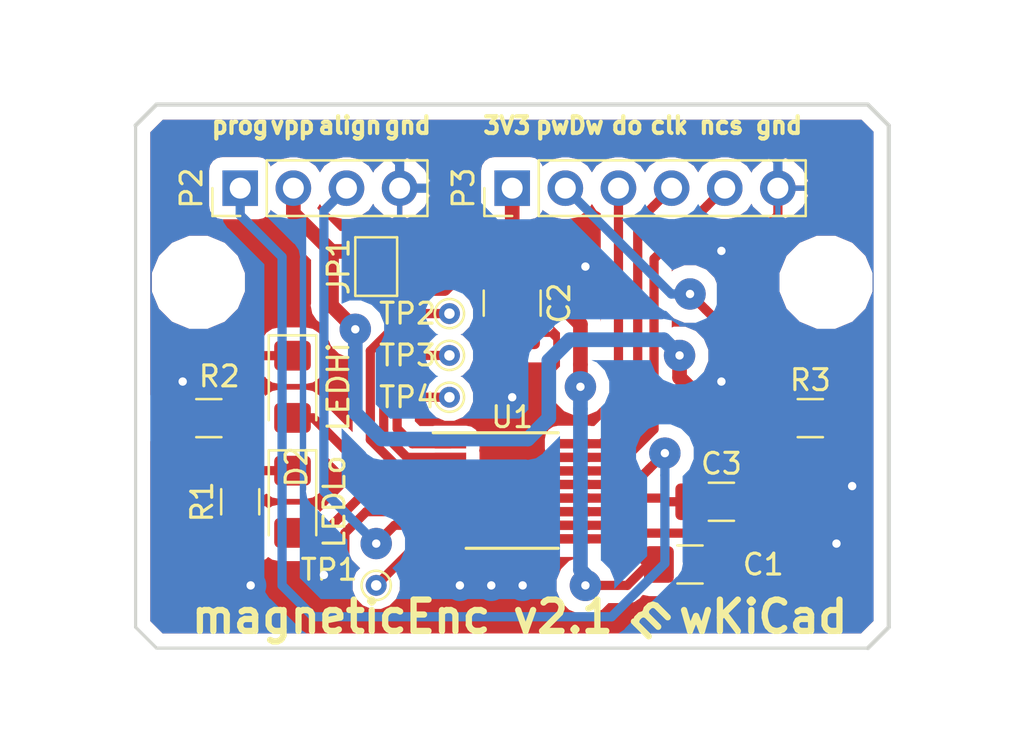
<source format=kicad_pcb>
(kicad_pcb (version 20221018) (generator pcbnew)
  (layers (0 "F.Cu" signal) (31 "B.Cu" signal) (35 "F.Paste" user) (36 "B.SilkS" user "B.Silkscreen") (37 "F.SilkS" user "F.Silkscreen") (38 "B.Mask" user) (39 "F.Mask" user) (44 "Edge.Cuts" user))
  (net 0 "")
  (net 1 "GND")
  (net 2 "+3V3")
  (net 3 "/PROG")
  (net 4 "/PwrDwn")
  (net 5 "/ALIGN")
  (net 6 "/MAG_LO")
  (net 7 "/MAG_HI")
  (net 8 "/CLK")
  (net 9 "/DI/DO")
  (net 10 "/NCS")
  (net 11 "/VPP")
  (net 12 "Net-(D1-Pad1)")
  (net 13 "Net-(D2-Pad1)")
  (net 14 "Net-(TP4-Pad1)")
  (net 15 "Net-(TP3-Pad1)")
  (net 16 "Net-(TP2-Pad1)")
  (net 17 "Net-(TP1-Pad1)")
  (footprint "TestPoint:TestPoint_THTPad_D1.0mm_Drill0.5mm" (layer "F.Cu") (at 169.5 96)
    (fp_text reference "TP1" (at -2.25 -0.75) (layer "F.SilkS"))
    (fp_text value "tpPWM")
    (fp_circle (center 0 0) (end 0 0.7) (stroke (width 0.12)) (fill none) (layer "F.SilkS"))
    (pad "1" thru_hole circle (at 0 0) (size 1 1) (drill 0.5) (layers "*.Cu" "*.Mask") (net 17 "Net-(TP1-Pad1)"))
  )
  (footprint "MountingHole:MountingHole_3.2mm_M3" (layer "F.Cu") (at 161 81.5)
    (fp_text reference "1" hide)
    (fp_text value "MountingHole_3.2mm_M3")
    (pad "" np_thru_hole circle (at 0 0) (size 3.2 3.2) (drill 3.2) (layers "*.Cu" "*.Mask"))
  )
  (footprint "TestPoint:TestPoint_THTPad_D1.0mm_Drill0.5mm" (layer "F.Cu") (at 173 87)
    (fp_text reference "TP4" (at -2 0) (layer "F.SilkS"))
    (fp_text value "tpA/U")
    (fp_circle (center 0 0) (end 0 0.7) (stroke (width 0.12)) (fill none) (layer "F.SilkS"))
    (pad "1" thru_hole circle (at 0 0) (size 1 1) (drill 0.5) (layers "*.Cu" "*.Mask") (net 14 "Net-(TP4-Pad1)"))
  )
  (footprint "TestPoint:TestPoint_THTPad_D1.0mm_Drill0.5mm" (layer "F.Cu") (at 173 85)
    (fp_text reference "TP3" (at -2 0) (layer "F.SilkS"))
    (fp_text value "tpB/V")
    (fp_circle (center 0 0) (end 0 0.7) (stroke (width 0.12)) (fill none) (layer "F.SilkS"))
    (pad "1" thru_hole circle (at 0 0) (size 1 1) (drill 0.5) (layers "*.Cu" "*.Mask") (net 15 "Net-(TP3-Pad1)"))
  )
  (footprint "TestPoint:TestPoint_THTPad_D1.0mm_Drill0.5mm" (layer "F.Cu") (at 173 83)
    (fp_text reference "TP2" (at -2 0) (layer "F.SilkS"))
    (fp_text value "tpI/W")
    (fp_circle (center 0 0) (end 0 0.7) (stroke (width 0.12)) (fill none) (layer "F.SilkS"))
    (pad "1" thru_hole circle (at 0 0) (size 1 1) (drill 0.5) (layers "*.Cu" "*.Mask") (net 16 "Net-(TP2-Pad1)"))
  )
  (footprint "Resistor_SMD:R_1206_3216Metric_Pad1.42x1.75mm_HandSolder" (layer "F.Cu") (at 161.5 88)
    (fp_text reference "R2" (at 0.5 -2) (layer "F.SilkS"))
    (fp_text value "4.7k")
    (fp_line (start -0.602064 -0.91) (end 0.602064 -0.91) (stroke (width 0.12)) (layer "F.SilkS"))
    (fp_line (start -0.602064 0.91) (end 0.602064 0.91) (stroke (width 0.12)) (layer "F.SilkS"))
    (pad "1" smd roundrect (at -1.4875 0) (size 1.425 1.75) (layers "F.Cu" "F.Paste" "F.Mask") (roundrect_rratio 0.175439) (net 1 "GND"))
    (pad "2" smd roundrect (at 1.4875 0) (size 1.425 1.75) (layers "F.Cu" "F.Paste" "F.Mask") (roundrect_rratio 0.175439) (net 13 "Net-(D2-Pad1)"))
  )
  (footprint "MountingHole:MountingHole_3.2mm_M3" (layer "F.Cu") (at 191 81.5)
    (fp_text reference "2" hide)
    (fp_text value "MountingHole_3.2mm_M3")
    (pad "" np_thru_hole circle (at 0 0) (size 3.2 3.2) (drill 3.2) (layers "*.Cu" "*.Mask"))
  )
  (footprint "Resistor_SMD:R_1206_3216Metric_Pad1.42x1.75mm_HandSolder" (layer "F.Cu") (at 163 92 90)
    (fp_text reference "R1" (at 0 -1.82 90) (layer "F.SilkS"))
    (fp_text value "4.7k")
    (fp_line (start -0.602064 -0.91) (end 0.602064 -0.91) (stroke (width 0.12)) (layer "F.SilkS"))
    (fp_line (start -0.602064 0.91) (end 0.602064 0.91) (stroke (width 0.12)) (layer "F.SilkS"))
    (pad "1" smd roundrect (at -1.4875 0 90) (size 1.425 1.75) (layers "F.Cu" "F.Paste" "F.Mask") (roundrect_rratio 0.175439) (net 1 "GND"))
    (pad "2" smd roundrect (at 1.4875 0 90) (size 1.425 1.75) (layers "F.Cu" "F.Paste" "F.Mask") (roundrect_rratio 0.175439) (net 12 "Net-(D1-Pad1)"))
  )
  (footprint "LED_SMD:LED_1206_3216Metric_Pad1.42x1.75mm_HandSolder" (layer "F.Cu") (at 165.5 86.5 -90)
    (fp_text reference "D2" (at 3.83 -0.19 270) (layer "F.SilkS"))
    (fp_text value "LEDHi" (at 0 -2.19 270) (layer "F.SilkS"))
    (fp_line (start -2.46 -1.135) (end -2.46 1.135) (stroke (width 0.12)) (layer "F.SilkS"))
    (fp_line (start -2.46 1.135) (end 1.6 1.135) (stroke (width 0.12)) (layer "F.SilkS"))
    (fp_line (start 1.6 -1.135) (end -2.46 -1.135) (stroke (width 0.12)) (layer "F.SilkS"))
    (pad "1" smd roundrect (at -1.4875 0 270) (size 1.425 1.75) (layers "F.Cu" "F.Paste" "F.Mask") (roundrect_rratio 0.175439) (net 13 "Net-(D2-Pad1)"))
    (pad "2" smd roundrect (at 1.4875 0 270) (size 1.425 1.75) (layers "F.Cu" "F.Paste" "F.Mask") (roundrect_rratio 0.175439) (net 7 "/MAG_HI"))
  )
  (footprint "Jumper:SolderJumper-2_P1.3mm_Open_TrianglePad1.0x1.5mm" (layer "F.Cu") (at 169.5 80.75 90)
    (fp_text reference "JP1" (at 0 -1.8 90) (layer "F.SilkS"))
    (fp_text value "Jumper_NC_Small")
    (fp_line (start -1.4 -1) (end 1.4 -1) (stroke (width 0.12)) (layer "F.SilkS"))
    (fp_line (start -1.4 1) (end -1.4 -1) (stroke (width 0.12)) (layer "F.SilkS"))
    (fp_line (start 1.4 -1) (end 1.4 1) (stroke (width 0.12)) (layer "F.SilkS"))
    (fp_line (start 1.4 1) (end -1.4 1) (stroke (width 0.12)) (layer "F.SilkS"))
    (pad "1" smd custom (at -0.725 0 90) (size 0.3 0.3) (layers "F.Cu" "F.Mask") (net 2 "+3V3") (options (clearance outline) (anchor rect)) (primitives (gr_poly (pts (xy -0.5 -0.75) (xy 0.5 -0.75) (xy 1 0) (xy 0.5 0.75) (xy -0.5 0.75)) (width 0) (fill yes))))
    (pad "2" smd custom (at 0.725 0 90) (size 0.3 0.3) (layers "F.Cu" "F.Mask") (net 11 "/VPP") (options (clearance outline) (anchor rect)) (primitives (gr_poly (pts (xy -0.65 -0.75) (xy 0.5 -0.75) (xy 0.5 0.75) (xy -0.65 0.75) (xy -0.15 0)) (width 0) (fill yes))))
  )
  (footprint "Connector_PinHeader_2.54mm:PinHeader_1x04_P2.54mm_Vertical" (layer "F.Cu") (at 163 77 90)
    (fp_text reference "P2" (at 0 -2.33 90) (layer "F.SilkS"))
    (fp_text value "cProg")
    (fp_line (start -1.33 -1.33) (end 0 -1.33) (stroke (width 0.12)) (layer "F.SilkS"))
    (fp_line (start -1.33 0) (end -1.33 -1.33) (stroke (width 0.12)) (layer "F.SilkS"))
    (fp_line (start -1.33 1.27) (end -1.33 8.95) (stroke (width 0.12)) (layer "F.SilkS"))
    (fp_line (start -1.33 1.27) (end 1.33 1.27) (stroke (width 0.12)) (layer "F.SilkS"))
    (fp_line (start -1.33 8.95) (end 1.33 8.95) (stroke (width 0.12)) (layer "F.SilkS"))
    (fp_line (start 1.33 1.27) (end 1.33 8.95) (stroke (width 0.12)) (layer "F.SilkS"))
    (pad "1" thru_hole rect (at 0 0 90) (size 1.7 1.7) (drill 1) (layers "*.Cu" "*.Mask") (net 3 "/PROG"))
    (pad "2" thru_hole oval (at 0 2.54 90) (size 1.7 1.7) (drill 1) (layers "*.Cu" "*.Mask") (net 11 "/VPP"))
    (pad "3" thru_hole oval (at 0 5.08 90) (size 1.7 1.7) (drill 1) (layers "*.Cu" "*.Mask") (net 5 "/ALIGN"))
    (pad "4" thru_hole oval (at 0 7.62 90) (size 1.7 1.7) (drill 1) (layers "*.Cu" "*.Mask") (net 1 "GND"))
  )
  (footprint "Connector_PinHeader_2.54mm:PinHeader_1x06_P2.54mm_Vertical" (layer "F.Cu") (at 176 77 90)
    (fp_text reference "P3" (at 0 -2.33 90) (layer "F.SilkS"))
    (fp_text value "cMain")
    (fp_line (start -1.33 -1.33) (end 0 -1.33) (stroke (width 0.12)) (layer "F.SilkS"))
    (fp_line (start -1.33 0) (end -1.33 -1.33) (stroke (width 0.12)) (layer "F.SilkS"))
    (fp_line (start -1.33 1.27) (end -1.33 14.03) (stroke (width 0.12)) (layer "F.SilkS"))
    (fp_line (start -1.33 1.27) (end 1.33 1.27) (stroke (width 0.12)) (layer "F.SilkS"))
    (fp_line (start -1.33 14.03) (end 1.33 14.03) (stroke (width 0.12)) (layer "F.SilkS"))
    (fp_line (start 1.33 1.27) (end 1.33 14.03) (stroke (width 0.12)) (layer "F.SilkS"))
    (pad "1" thru_hole rect (at 0 0 90) (size 1.7 1.7) (drill 1) (layers "*.Cu" "*.Mask") (net 2 "+3V3"))
    (pad "2" thru_hole oval (at 0 2.54 90) (size 1.7 1.7) (drill 1) (layers "*.Cu" "*.Mask") (net 4 "/PwrDwn"))
    (pad "3" thru_hole oval (at 0 5.08 90) (size 1.7 1.7) (drill 1) (layers "*.Cu" "*.Mask") (net 9 "/DI/DO"))
    (pad "4" thru_hole oval (at 0 7.62 90) (size 1.7 1.7) (drill 1) (layers "*.Cu" "*.Mask") (net 8 "/CLK"))
    (pad "5" thru_hole oval (at 0 10.16 90) (size 1.7 1.7) (drill 1) (layers "*.Cu" "*.Mask") (net 10 "/NCS"))
    (pad "6" thru_hole oval (at 0 12.7 90) (size 1.7 1.7) (drill 1) (layers "*.Cu" "*.Mask") (net 1 "GND"))
  )
  (footprint "LED_SMD:LED_1206_3216Metric_Pad1.42x1.75mm_HandSolder" (layer "F.Cu") (at 165.5 92 -90)
    (fp_text reference "D1" hide)
    (fp_text value "LEDLo" (at 0 -2 270) (layer "F.SilkS"))
    (fp_line (start -2.46 -1.135) (end -2.46 1.135) (stroke (width 0.12)) (layer "F.SilkS"))
    (fp_line (start -2.46 1.135) (end 1.6 1.135) (stroke (width 0.12)) (layer "F.SilkS"))
    (fp_line (start 1.6 -1.135) (end -2.46 -1.135) (stroke (width 0.12)) (layer "F.SilkS"))
    (pad "1" smd roundrect (at -1.4875 0 270) (size 1.425 1.75) (layers "F.Cu" "F.Paste" "F.Mask") (roundrect_rratio 0.175439) (net 12 "Net-(D1-Pad1)"))
    (pad "2" smd roundrect (at 1.4875 0 270) (size 1.425 1.75) (layers "F.Cu" "F.Paste" "F.Mask") (roundrect_rratio 0.175439) (net 6 "/MAG_LO"))
  )
  (footprint "Resistor_SMD:R_1206_3216Metric_Pad1.42x1.75mm_HandSolder" (layer "F.Cu") (at 190.25 88)
    (fp_text reference "R3" (at 0 -1.82) (layer "F.SilkS"))
    (fp_text value "47K")
    (fp_line (start -0.602064 -0.91) (end 0.602064 -0.91) (stroke (width 0.12)) (layer "F.SilkS"))
    (fp_line (start -0.602064 0.91) (end 0.602064 0.91) (stroke (width 0.12)) (layer "F.SilkS"))
    (pad "1" smd roundrect (at -1.4875 0) (size 1.425 1.75) (layers "F.Cu" "F.Paste" "F.Mask") (roundrect_rratio 0.175439) (net 4 "/PwrDwn"))
    (pad "2" smd roundrect (at 1.4875 0) (size 1.425 1.75) (layers "F.Cu" "F.Paste" "F.Mask") (roundrect_rratio 0.175439) (net 1 "GND"))
  )
  (footprint "Package_SO:TSSOP-16_4.4x5mm_P0.65mm" (layer "F.Cu") (at 176 91.5)
    (fp_text reference "U1" (at 0 -3.55) (layer "F.SilkS"))
    (fp_text value "AEAT-6600-T16")
    (fp_line (start -3.775 -2.8) (end 2.2 -2.8) (stroke (width 0.15)) (layer "F.SilkS"))
    (fp_line (start -2.2 2.725) (end 2.2 2.725) (stroke (width 0.15)) (layer "F.SilkS"))
    (pad "1" smd rect (at -2.95 -2.275) (size 1.5 0.45) (layers "F.Cu" "F.Paste" "F.Mask") (net 14 "Net-(TP4-Pad1)"))
    (pad "2" smd rect (at -2.95 -1.625) (size 1.5 0.45) (layers "F.Cu" "F.Paste" "F.Mask") (net 15 "Net-(TP3-Pad1)"))
    (pad "3" smd rect (at -2.95 -0.975) (size 1.5 0.45) (layers "F.Cu" "F.Paste" "F.Mask") (net 16 "Net-(TP2-Pad1)"))
    (pad "4" smd rect (at -2.95 -0.325) (size 1.5 0.45) (layers "F.Cu" "F.Paste" "F.Mask") (net 7 "/MAG_HI"))
    (pad "5" smd rect (at -2.95 0.325) (size 1.5 0.45) (layers "F.Cu" "F.Paste" "F.Mask") (net 6 "/MAG_LO"))
    (pad "6" smd rect (at -2.95 0.975) (size 1.5 0.45) (layers "F.Cu" "F.Paste" "F.Mask") (net 1 "GND"))
    (pad "7" smd rect (at -2.95 1.625) (size 1.5 0.45) (layers "F.Cu" "F.Paste" "F.Mask") (net 5 "/ALIGN"))
    (pad "8" smd rect (at -2.95 2.275) (size 1.5 0.45) (layers "F.Cu" "F.Paste" "F.Mask") (net 17 "Net-(TP1-Pad1)"))
    (pad "9" smd rect (at 2.95 2.275) (size 1.5 0.45) (layers "F.Cu" "F.Paste" "F.Mask") (net 2 "+3V3"))
    (pad "10" smd rect (at 2.95 1.625) (size 1.5 0.45) (layers "F.Cu" "F.Paste" "F.Mask") (net 2 "+3V3"))
    (pad "11" smd rect (at 2.95 0.975) (size 1.5 0.45) (layers "F.Cu" "F.Paste" "F.Mask") (net 4 "/PwrDwn"))
    (pad "12" smd rect (at 2.95 0.325) (size 1.5 0.45) (layers "F.Cu" "F.Paste" "F.Mask") (net 11 "/VPP"))
    (pad "13" smd rect (at 2.95 -0.325) (size 1.5 0.45) (layers "F.Cu" "F.Paste" "F.Mask") (net 3 "/PROG"))
    (pad "14" smd rect (at 2.95 -0.975) (size 1.5 0.45) (layers "F.Cu" "F.Paste" "F.Mask") (net 10 "/NCS"))
    (pad "15" smd rect (at 2.95 -1.625) (size 1.5 0.45) (layers "F.Cu" "F.Paste" "F.Mask") (net 8 "/CLK"))
    (pad "16" smd rect (at 2.95 -2.275) (size 1.5 0.45) (layers "F.Cu" "F.Paste" "F.Mask") (net 9 "/DI/DO"))
  )
  (footprint "Capacitor_SMD:C_1206_3216Metric_Pad1.42x1.75mm_HandSolder" (layer "F.Cu") (at 184.5 95 180)
    (fp_text reference "C1" (at -3.5 0 180) (layer "F.SilkS"))
    (fp_text value "100nF")
    (fp_line (start -0.602064 -0.91) (end 0.602064 -0.91) (stroke (width 0.12)) (layer "F.SilkS"))
    (fp_line (start -0.602064 0.91) (end 0.602064 0.91) (stroke (width 0.12)) (layer "F.SilkS"))
    (pad "1" smd roundrect (at -1.4875 0 180) (size 1.425 1.75) (layers "F.Cu" "F.Paste" "F.Mask") (roundrect_rratio 0.175439) (net 1 "GND"))
    (pad "2" smd roundrect (at 1.4875 0 180) (size 1.425 1.75) (layers "F.Cu" "F.Paste" "F.Mask") (roundrect_rratio 0.175439) (net 2 "+3V3"))
  )
  (footprint "Capacitor_SMD:C_1210_3225Metric_Pad1.42x2.65mm_HandSolder" (layer "F.Cu") (at 176 82.5 90)
    (fp_text reference "C2" (at 0 2.25 90) (layer "F.SilkS"))
    (fp_text value "10uF")
    (fp_line (start -0.602064 -1.36) (end 0.602064 -1.36) (stroke (width 0.12)) (layer "F.SilkS"))
    (fp_line (start -0.602064 1.36) (end 0.602064 1.36) (stroke (width 0.12)) (layer "F.SilkS"))
    (pad "1" smd roundrect (at -1.4875 0 90) (size 1.425 2.65) (layers "F.Cu" "F.Paste" "F.Mask") (roundrect_rratio 0.175439) (net 1 "GND"))
    (pad "2" smd roundrect (at 1.4875 0 90) (size 1.425 2.65) (layers "F.Cu" "F.Paste" "F.Mask") (roundrect_rratio 0.175439) (net 2 "+3V3"))
  )
  (footprint "Capacitor_SMD:C_1206_3216Metric_Pad1.42x1.75mm_HandSolder" (layer "F.Cu") (at 186 92)
    (fp_text reference "C3" (at 0 -1.82) (layer "F.SilkS"))
    (fp_text value "100nF")
    (fp_line (start -0.602064 -0.91) (end 0.602064 -0.91) (stroke (width 0.12)) (layer "F.SilkS"))
    (fp_line (start -0.602064 0.91) (end 0.602064 0.91) (stroke (width 0.12)) (layer "F.SilkS"))
    (pad "1" smd roundrect (at -1.4875 0) (size 1.425 1.75) (layers "F.Cu" "F.Paste" "F.Mask") (roundrect_rratio 0.175439) (net 11 "/VPP"))
    (pad "2" smd roundrect (at 1.4875 0) (size 1.425 1.75) (layers "F.Cu" "F.Paste" "F.Mask") (roundrect_rratio 0.175439) (net 1 "GND"))
  )
  (gr_line (start 159 73) (end 193 73) (stroke (width 0.2)) (layer "Edge.Cuts"))
  (gr_line (start 159 99) (end 158 98) (stroke (width 0.15)) (layer "Edge.Cuts"))
  (gr_line (start 193 99) (end 159 99) (stroke (width 0.15)) (layer "Edge.Cuts"))
  (gr_line (start 158 98) (end 158 74) (stroke (width 0.15)) (layer "Edge.Cuts"))
  (gr_line (start 194 74) (end 194 98) (stroke (width 0.2)) (layer "Edge.Cuts"))
  (gr_line (start 158 74) (end 159 73) (stroke (width 0.2)) (layer "Edge.Cuts"))
  (gr_line (start 193 73) (end 194 74) (stroke (width 0.2)) (layer "Edge.Cuts"))
  (gr_line (start 194 98) (end 193 99) (stroke (width 0.2)) (layer "Edge.Cuts"))
  (gr_text "vpp" (at 165.5 74) (layer "F.SilkS") (effects (font (size 0.8 0.8) (thickness 0.2))))
  (gr_text "align" (at 168.25 74) (layer "F.SilkS") (effects (font (size 0.8 0.8) (thickness 0.2))))
  (gr_text "gnd" (at 171 74) (layer "F.SilkS") (effects (font (size 0.8 0.8) (thickness 0.2))))
  (gr_text "3V3" (at 175.75 74) (layer "F.SilkS") (effects (font (size 0.8 0.8) (thickness 0.2))))
  (gr_text "pwDw" (at 178.75 74) (layer "F.SilkS") (effects (font (size 0.8 0.8) (thickness 0.2))))
  (gr_text "do" (at 181.5 74) (layer "F.SilkS") (effects (font (size 0.8 0.8) (thickness 0.2))))
  (gr_text "clk" (at 183.5 74) (layer "F.SilkS") (effects (font (size 0.8 0.8) (thickness 0.2))))
  (gr_text "ncs" (at 186 74) (layer "F.SilkS") (effects (font (size 0.8 0.8) (thickness 0.2))))
  (gr_text "gnd" (at 188.75 74) (layer "F.SilkS") (effects (font (size 0.8 0.8) (thickness 0.2))))
  (gr_text "magneticEnc v2.1" (at 170.75 97.5) (layer "F.SilkS") (effects (font (size 1.5 1.5) (thickness 0.3))))
  (gr_text "m" (at 182.5 97.5 45) (layer "F.SilkS") (effects (font (size 1.5 1.5) (thickness 0.3))))
  (gr_text "wKiCad" (at 188 97.5) (layer "F.SilkS") (effects (font (size 1.5 1.5) (thickness 0.3))))
  (gr_text "prog" (at 163 74) (layer "F.SilkS") (effects (font (size 0.8 0.8) (thickness 0.2))))
  (segment (start 176 95) (end 176 87) (width 0.44) (layer "F.Cu") (net 1))
  (segment (start 192.25 91.25) (end 192.25 93.25) (width 0.44) (layer "F.Cu") (net 1))
  (segment (start 187.5 79.5) (end 188.7 78.3) (width 0.44) (layer "F.Cu") (net 1))
  (segment (start 176 87) (end 176 84.5) (width 0.44) (layer "F.Cu") (net 1))
  (segment (start 163 94.3) (end 162.3 95) (width 0.44) (layer "F.Cu") (net 1))
  (segment (start 190.75 86) (end 192.25 87.5) (width 0.44) (layer "F.Cu") (net 1))
  (segment (start 163.5 96) (end 162 96) (width 0.44) (layer "F.Cu") (net 1))
  (segment (start 187.5 83.5) (end 187.5 81.5) (width 0.44) (layer "F.Cu") (net 1))
  (segment (start 187.5 83.5) (end 187.5 79.5) (width 0.44) (layer "F.Cu") (net 1))
  (segment (start 162 96) (end 161 95) (width 0.44) (layer "F.Cu") (net 1))
  (segment (start 186.75 88.06066) (end 186 87.31066) (width 0.44) (layer "F.Cu") (net 1))
  (segment (start 190 86) (end 190.75 86) (width 0.44) (layer "F.Cu") (net 1))
  (segment (start 186.75 90.75) (end 186.75 88.06066) (width 0.44) (layer "F.Cu") (net 1))
  (segment (start 175 96) (end 176.5 96) (width 0.44) (layer "F.Cu") (net 1))
  (segment (start 192.25 93.25) (end 191.5 94) (width 0.44) (layer "F.Cu") (net 1))
  (segment (start 192.25 87.5) (end 192.25 91.25) (width 0.44) (layer "F.Cu") (net 1))
  (segment (start 160.25 94.25) (end 160.25 87.310656) (width 0.44) (layer "F.Cu") (net 1))
  (segment (start 188 84) (end 190 86) (width 0.44) (layer "F.Cu") (net 1))
  (segment (start 167 96) (end 167 95.5) (width 0.44) (layer "F.Cu") (net 1))
  (segment (start 162.3 95) (end 161 95) (width 0.44) (layer "F.Cu") (net 1))
  (segment (start 190.5 95) (end 186.5 95) (width 0.44) (layer "F.Cu") (net 1))
  (segment (start 167 96) (end 168.5 97.5) (width 0.44) (layer "F.Cu") (net 1))
  (segment (start 175 96) (end 176 95) (width 0.44) (layer "F.Cu") (net 1))
  (segment (start 186 87.31066) (end 186 86.25) (width 0.44) (layer "F.Cu") (net 1))
  (segment (start 161 95) (end 160.25 94.25) (width 0.44) (layer "F.Cu") (net 1))
  (segment (start 168 93.5) (end 168 95) (width 0.44) (layer "F.Cu") (net 1))
  (segment (start 173.05 92.475) (end 169.025 92.475) (width 0.44) (layer "F.Cu") (net 1))
  (segment (start 191.5 94) (end 190.5 95) (width 0.44) (layer "F.Cu") (net 1))
  (segment (start 167 96) (end 163.5 96) (width 0.44) (layer "F.Cu") (net 1))
  (segment (start 168.5 97.5) (end 173.5 97.5) (width 0.44) (layer "F.Cu") (net 1))
  (segment (start 186.749999 80.749999) (end 186 80) (width 0.44) (layer "F.Cu") (net 1))
  (segment (start 187.5 81.5) (end 186.749999 80.749999) (width 0.44) (layer "F.Cu") (net 1))
  (segment (start 160.25 87.310656) (end 160.25 86.249996) (width 0.44) (layer "F.Cu") (net 1))
  (segment (start 173.5 97.5) (end 175 96) (width 0.44) (layer "F.Cu") (net 1))
  (segment (start 188 84) (end 187.5 83.5) (width 0.44) (layer "F.Cu") (net 1))
  (segment (start 169.025 92.475) (end 168 93.5) (width 0.44) (layer "F.Cu") (net 1))
  (segment (start 163 93.4875) (end 163 94.3) (width 0.44) (layer "F.Cu") (net 1))
  (segment (start 188.7 78.3) (end 188.7 77) (width 0.44) (layer "F.Cu") (net 1))
  (segment (start 168 95) (end 167 96) (width 0.44) (layer "F.Cu") (net 1))
  (segment (start 187.5 91.5) (end 186.75 90.75) (width 0.44) (layer "F.Cu") (net 1))
  (via (at 179.5 80.75) (size 1.5) (drill 0.4) (layers "F.Cu" "B.Cu") (net 1))
  (via (at 186 86.25) (size 1.5) (drill 0.4) (layers "F.Cu" "B.Cu") (net 1))
  (via (at 167 95.5) (size 1.5) (drill 0.4) (layers "F.Cu" "B.Cu") (net 1))
  (via (at 186 80) (size 1.5) (drill 0.4) (layers "F.Cu" "B.Cu") (net 1))
  (via (at 191.5 94) (size 1.5) (drill 0.4) (layers "F.Cu" "B.Cu") (net 1))
  (via (at 160.25 86.249996) (size 1.5) (drill 0.4) (layers "F.Cu" "B.Cu") (net 1))
  (via (at 176.5 96) (size 1.5) (drill 0.4) (layers "F.Cu" "B.Cu") (net 1))
  (via (at 175 96) (size 1.5) (drill 0.4) (layers "F.Cu" "B.Cu") (net 1))
  (via (at 192.25 91.25) (size 1.5) (drill 0.4) (layers "F.Cu" "B.Cu") (net 1))
  (via (at 176 87) (size 1.5) (drill 0.4) (layers "F.Cu" "B.Cu") (net 1))
  (via (at 163.5 96) (size 1.5) (drill 0.4) (layers "F.Cu" "B.Cu") (net 1))
  (via (at 173.5 96) (size 1.5) (drill 0.4) (layers "F.Cu" "B.Cu") (net 1))
  (segment (start 169.5 75) (end 161.25 75) (width 0.44) (layer "B.Cu") (net 1))
  (segment (start 161.25 75) (end 160.5 75.75) (width 0.44) (layer "B.Cu") (net 1))
  (segment (start 160.5 77.5) (end 163.5 80.5) (width 0.44) (layer "B.Cu") (net 1))
  (segment (start 170.62 77) (end 170.62 75.797919) (width 0.44) (layer "B.Cu") (net 1))
  (segment (start 163.5 82.5) (end 160.25 85.75) (width 0.44) (layer "B.Cu") (net 1))
  (segment (start 179.5 81) (end 179.5 80.75) (width 0.44) (layer "B.Cu") (net 1))
  (segment (start 160.25 85.75) (end 160.25 86.249996) (width 0.44) (layer "B.Cu") (net 1))
  (segment (start 173.5 77) (end 176 79.5) (width 0.44) (layer "B.Cu") (net 1))
  (segment (start 176.5 96) (end 173.5 96) (width 0.44) (layer "B.Cu") (net 1))
  (segment (start 188.7 75.7) (end 188.7 77) (width 0.44) (layer "B.Cu") (net 1))
  (segment (start 160.5 75.75) (end 160.5 77.5) (width 0.44) (layer "B.Cu") (net 1))
  (segment (start 178.25 82.25) (end 179.5 81) (width 0.44) (layer "B.Cu") (net 1))
  (segment (start 186 80) (end 186 86.25) (width 0.44) (layer "B.Cu") (net 1))
  (segment (start 176 82.25) (end 178.25 82.25) (width 0.44) (layer "B.Cu") (net 1))
  (segment (start 188 75) (end 188.7 75.7) (width 0.44) (layer "B.Cu") (net 1))
  (segment (start 170.62 75.797919) (end 169.822081 75) (width 0.44) (layer "B.Cu") (net 1))
  (segment (start 163.5 80.5) (end 163.5 82.5) (width 0.44) (layer "B.Cu") (net 1))
  (segment (start 176 82.25) (end 176 87) (width 0.44) (layer "B.Cu") (net 1))
  (segment (start 173.5 77) (end 170.62 77) (width 0.44) (layer "B.Cu") (net 1))
  (segment (start 169.822081 75) (end 169.5 75) (width 0.44) (layer "B.Cu") (net 1))
  (segment (start 176 79.5) (end 176 82.25) (width 0.44) (layer "B.Cu") (net 1))
  (segment (start 169.5 75) (end 188 75) (width 0.44) (layer "B.Cu") (net 1))
  (segment (start 178.95 93.125) (end 179.375 93.125) (width 0.44) (layer "F.Cu") (net 2))
  (segment (start 179.375 93.125) (end 179.379999 93.120001) (width 0.44) (layer "F.Cu") (net 2))
  (segment (start 179.5 96) (end 181.5 96) (width 0.44) (layer "F.Cu") (net 2))
  (segment (start 178.95 93.125) (end 180.625 93.125) (width 0.44) (layer "F.Cu") (net 2))
  (segment (start 176 77) (end 176 80.5) (width 0.7) (layer "F.Cu") (net 2))
  (segment (start 181.275 93.775) (end 182.5 95) (width 0.44) (layer "F.Cu") (net 2))
  (segment (start 181.5 96) (end 182.5 95) (width 0.44) (layer "F.Cu") (net 2))
  (segment (start 170.199998 81.800002) (end 172.749998 81.800002) (width 0.7) (layer "F.Cu") (net 2))
  (segment (start 176 80.5) (end 176.25 80.5) (width 0.7) (layer "F.Cu") (net 2))
  (segment (start 179.261581 83.511581) (end 179.261581 85.43934) (width 0.7) (layer "F.Cu") (net 2))
  (segment (start 172.749998 81.800002) (end 174.05 80.5) (width 0.7) (layer "F.Cu") (net 2))
  (segment (start 178.95 93.775) (end 181.275 93.775) (width 0.44) (layer "F.Cu") (net 2))
  (segment (start 180.625 93.125) (end 182.5 95) (width 0.44) (layer "F.Cu") (net 2))
  (segment (start 179.261581 85.43934) (end 179.261581 86.5) (width 0.7) (layer "F.Cu") (net 2))
  (segment (start 174.05 80.5) (end 176 80.5) (width 0.7) (layer "F.Cu") (net 2))
  (segment (start 176.25 80.5) (end 179.261581 83.511581) (width 0.7) (layer "F.Cu") (net 2))
  (via (at 179.5 96) (size 1.5) (drill 0.4) (layers "F.Cu" "B.Cu") (net 2))
  (via (at 179.261581 86.5) (size 1.5) (drill 0.4) (layers "F.Cu" "B.Cu") (net 2))
  (segment (start 179.261581 95.261581) (end 179.261581 87.56066) (width 0.7) (layer "B.Cu") (net 2))
  (segment (start 179.5 95.5) (end 179.5 96) (width 0.44) (layer "B.Cu") (net 2))
  (segment (start 179.5 95.5) (end 179.261581 95.261581) (width 0.7) (layer "B.Cu") (net 2))
  (segment (start 179.261581 87.56066) (end 179.261581 86.5) (width 0.7) (layer "B.Cu") (net 2))
  (segment (start 182.548057 90.42429) (end 183.298056 89.674291) (width 0.44) (layer "F.Cu") (net 3))
  (segment (start 178.95 91.175) (end 181.797347 91.175) (width 0.44) (layer "F.Cu") (net 3))
  (segment (start 181.797347 91.175) (end 182.548057 90.42429) (width 0.44) (layer "F.Cu") (net 3))
  (via (at 183.298056 89.674291) (size 1.5) (drill 0.4) (layers "F.Cu" "B.Cu") (net 3))
  (segment (start 166.5 97.5) (end 180.75 97.5) (width 0.44) (layer "B.Cu") (net 3))
  (segment (start 163 77) (end 163 78.29) (width 0.44) (layer "B.Cu") (net 3))
  (segment (start 165 80.29) (end 165 96) (width 0.44) (layer "B.Cu") (net 3))
  (segment (start 180.75 97.5) (end 183.298056 94.951944) (width 0.44) (layer "B.Cu") (net 3))
  (segment (start 165 96) (end 166.5 97.5) (width 0.44) (layer "B.Cu") (net 3))
  (segment (start 183.298056 94.951944) (end 183.298056 90.734951) (width 0.44) (layer "B.Cu") (net 3))
  (segment (start 163 78.29) (end 165 80.29) (width 0.44) (layer "B.Cu") (net 3))
  (segment (start 183.298056 90.734951) (end 183.298056 89.674291) (width 0.44) (layer "B.Cu") (net 3))
  (segment (start 188.4 88) (end 188.25 88) (width 0.44) (layer "F.Cu") (net 4))
  (segment (start 189.5 93.5) (end 190.25 92.75) (width 0.44) (layer "F.Cu") (net 4))
  (segment (start 190.25 89.85) (end 188.4 88) (width 0.44) (layer "F.Cu") (net 4))
  (segment (start 178.95 92.475) (end 180.88011 92.475) (width 0.44) (layer "F.Cu") (net 4))
  (segment (start 188.25 88) (end 188.25 85.810658) (width 0.44) (layer "F.Cu") (net 4))
  (segment (start 188.25 85.810658) (end 185.249999 82.810657) (width 0.44) (layer "F.Cu") (net 4))
  (segment (start 181.90511 93.5) (end 189.5 93.5) (width 0.44) (layer "F.Cu") (net 4))
  (segment (start 190.25 92.75) (end 190.25 89.85) (width 0.44) (layer "F.Cu") (net 4))
  (segment (start 185.249999 82.810657) (end 184.5 82.060658) (width 0.44) (layer "F.Cu") (net 4))
  (segment (start 180.88011 92.475) (end 181.90511 93.5) (width 0.44) (layer "F.Cu") (net 4))
  (via (at 184.5 82.060658) (size 1.5) (drill 0.4) (layers "F.Cu" "B.Cu") (net 4))
  (segment (start 178.54 77) (end 183.600658 82.060658) (width 0.44) (layer "B.Cu") (net 4))
  (segment (start 183.600658 82.060658) (end 184.5 82.060658) (width 0.44) (layer "B.Cu") (net 4))
  (segment (start 170.375 93.125) (end 169.5 94) (width 0.44) (layer "F.Cu") (net 5))
  (segment (start 173.05 93.125) (end 170.375 93.125) (width 0.44) (layer "F.Cu") (net 5))
  (via (at 169.5 94) (size 1.5) (drill 0.4) (layers "F.Cu" "B.Cu") (net 5))
  (segment (start 167 91.5) (end 167 78.08) (width 0.44) (layer "B.Cu") (net 5))
  (segment (start 167 78.08) (end 168.08 77) (width 0.44) (layer "B.Cu") (net 5))
  (segment (start 169.5 94) (end 167 91.5) (width 0.44) (layer "B.Cu") (net 5))
  (segment (start 167.0125 93.4875) (end 165.5 93.4875) (width 0.44) (layer "F.Cu") (net 6))
  (segment (start 168.675 91.825) (end 167.0125 93.4875) (width 0.44) (layer "F.Cu") (net 6))
  (segment (start 173.05 91.825) (end 168.675 91.825) (width 0.44) (layer "F.Cu") (net 6))
  (segment (start 166.0125 93.4875) (end 165.5 93.4875) (width 0.44) (layer "F.Cu") (net 6))
  (segment (start 173.05 91.175) (end 169.675 91.175) (width 0.44) (layer "F.Cu") (net 7))
  (segment (start 169.675 91.175) (end 166.4875 87.9875) (width 0.44) (layer "F.Cu") (net 7))
  (segment (start 166.4875 87.9875) (end 165.5 87.9875) (width 0.44) (layer "F.Cu") (net 7))
  (segment (start 182 78.62) (end 182.770001 77.849999) (width 0.44) (layer "F.Cu") (net 8))
  (segment (start 182 88.405112) (end 182 78.62) (width 0.44) (layer "F.Cu") (net 8))
  (segment (start 178.95 89.875) (end 180.530112 89.875) (width 0.44) (layer "F.Cu") (net 8))
  (segment (start 180.530112 89.875) (end 182 88.405112) (width 0.44) (layer "F.Cu") (net 8))
  (segment (start 182.770001 77.849999) (end 183.62 77) (width 0.44) (layer "F.Cu") (net 8))
  (segment (start 180.275 89.225) (end 181.08 88.42) (width 0.44) (layer "F.Cu") (net 9))
  (segment (start 178.95 89.225) (end 180.275 89.225) (width 0.44) (layer "F.Cu") (net 9))
  (segment (start 181.08 88.42) (end 181.08 78.202081) (width 0.44) (layer "F.Cu") (net 9))
  (segment (start 181.08 78.202081) (end 181.08 77) (width 0.44) (layer "F.Cu") (net 9))
  (segment (start 180.785224 90.525) (end 182.780022 88.530202) (width 0.44) (layer "F.Cu") (net 10))
  (segment (start 178.95 90.525) (end 180.785224 90.525) (width 0.44) (layer "F.Cu") (net 10))
  (segment (start 182.780022 88.530202) (end 182.780022 80.379978) (width 0.44) (layer "F.Cu") (net 10))
  (segment (start 185.310001 77.849999) (end 186.16 77) (width 0.44) (layer "F.Cu") (net 10))
  (segment (start 182.780022 80.379978) (end 185.310001 77.849999) (width 0.44) (layer "F.Cu") (net 10))
  (segment (start 183.175 91.825) (end 183.35 92) (width 0.44) (layer "F.Cu") (net 11))
  (segment (start 184.2 92) (end 185.25 90.95) (width 0.7) (layer "F.Cu") (net 11))
  (segment (start 165.54 78.202081) (end 167.362919 80.025) (width 0.7) (layer "F.Cu") (net 11))
  (segment (start 168.65 80.025) (end 169.5 80.025) (width 0.44) (layer "F.Cu") (net 11))
  (segment (start 178.95 91.825) (end 183.175 91.825) (width 0.44) (layer "F.Cu") (net 11))
  (segment (start 167.362919 82.612919) (end 168.5 83.75) (width 0.7) (layer "F.Cu") (net 11))
  (segment (start 167.362919 80.025) (end 168.65 80.025) (width 0.7) (layer "F.Cu") (net 11))
  (segment (start 185.25 90.95) (end 185.25 89) (width 0.7) (layer "F.Cu") (net 11))
  (segment (start 184 86.06066) (end 184 85) (width 0.7) (layer "F.Cu") (net 11))
  (segment (start 165.54 77) (end 165.54 78.202081) (width 0.7) (layer "F.Cu") (net 11))
  (segment (start 167.362919 80.025) (end 167.362919 82.612919) (width 0.7) (layer "F.Cu") (net 11))
  (segment (start 184.5 88.25) (end 184.5 86.56066) (width 0.7) (layer "F.Cu") (net 11))
  (segment (start 185.25 89) (end 184.5 88.25) (width 0.7) (layer "F.Cu") (net 11))
  (segment (start 184.5 86.56066) (end 184 86.06066) (width 0.7) (layer "F.Cu") (net 11))
  (segment (start 183.35 92) (end 184.5125 92) (width 0.44) (layer "F.Cu") (net 11))
  (via (at 184 85) (size 1.5) (drill 0.4) (layers "F.Cu" "B.Cu") (net 11))
  (via (at 168.5 83.75) (size 1.5) (drill 0.4) (layers "F.Cu" "B.Cu") (net 11))
  (segment (start 176.75 89) (end 169.75 89) (width 0.7) (layer "B.Cu") (net 11))
  (segment (start 184 85) (end 183.250001 84.250001) (width 0.7) (layer "B.Cu") (net 11))
  (segment (start 178.749999 84.250001) (end 177.75 85.25) (width 0.7) (layer "B.Cu") (net 11))
  (segment (start 169.75 89) (end 168.5 87.75) (width 0.7) (layer "B.Cu") (net 11))
  (segment (start 177.75 85.25) (end 177.75 88) (width 0.7) (layer "B.Cu") (net 11))
  (segment (start 183.250001 84.250001) (end 178.749999 84.250001) (width 0.7) (layer "B.Cu") (net 11))
  (segment (start 177.75 88) (end 176.75 89) (width 0.7) (layer "B.Cu") (net 11))
  (segment (start 168.5 87.75) (end 168.5 83.75) (width 0.7) (layer "B.Cu") (net 11))
  (segment (start 163 90.5125) (end 165.5 90.5125) (width 0.44) (layer "F.Cu") (net 12))
  (segment (start 165.5 85.0125) (end 163.9875 85.0125) (width 0.44) (layer "F.Cu") (net 13))
  (segment (start 162.9875 86.0125) (end 162.9875 88) (width 0.44) (layer "F.Cu") (net 13))
  (segment (start 163.9875 85.0125) (end 162.9875 86.0125) (width 0.44) (layer "F.Cu") (net 13))
  (segment (start 171.225 89.225) (end 170.5 88.5) (width 0.44) (layer "F.Cu") (net 14))
  (segment (start 170.5 87.5) (end 171 87) (width 0.44) (layer "F.Cu") (net 14))
  (segment (start 173.05 89.225) (end 171.225 89.225) (width 0.44) (layer "F.Cu") (net 14))
  (segment (start 170.5 88.5) (end 170.5 87.5) (width 0.44) (layer "F.Cu") (net 14))
  (segment (start 171 87) (end 173 87) (width 0.44) (layer "F.Cu") (net 14))
  (segment (start 169.85999 88.7651) (end 169.85999 86.14001) (width 0.44) (layer "F.Cu") (net 15))
  (segment (start 173.05 89.875) (end 170.96989 89.875) (width 0.44) (layer "F.Cu") (net 15))
  (segment (start 170.96989 89.875) (end 169.85999 88.7651) (width 0.44) (layer "F.Cu") (net 15))
  (segment (start 169.85999 86.14001) (end 171 85) (width 0.44) (layer "F.Cu") (net 15))
  (segment (start 171 85) (end 173 85) (width 0.44) (layer "F.Cu") (net 15))
  (segment (start 171 83) (end 173 83) (width 0.44) (layer "F.Cu") (net 16))
  (segment (start 169.21998 84.78002) (end 171 83) (width 0.44) (layer "F.Cu") (net 16))
  (segment (start 173.05 90.525) (end 170.71478 90.525) (width 0.44) (layer "F.Cu") (net 16))
  (segment (start 170.71478 90.525) (end 169.21998 89.0302) (width 0.44) (layer "F.Cu") (net 16))
  (segment (start 169.21998 89.0302) (end 169.21998 84.78002) (width 0.44) (layer "F.Cu") (net 16))
  (segment (start 171.725 93.775) (end 169.5 96) (width 0.44) (layer "F.Cu") (net 17))
  (segment (start 173.05 93.775) (end 171.725 93.775) (width 0.44) (layer "F.Cu") (net 17))
  (zone (net 1) (net_name "GND") (layer "F.Cu") (connect_pads (clearance 0.5)) (min_thickness 0.254) (fill yes (thermal_gap 0.508) (thermal_bridge_width 0.508))
    (polygon (pts (xy 153 68) (xy 200 68) (xy 199.5 103.5) (xy 153 103)))
  )
  (zone (net 1) (net_name "GND") (layer "B.Cu") (connect_pads (clearance 0.5)) (min_thickness 0.254) (fill yes (thermal_gap 0.508) (thermal_bridge_width 0.508))
    (polygon (pts (xy 154.5 69) (xy 198 69.5) (xy 197.5 101.5) (xy 155 101.5)))
  )
)
</source>
